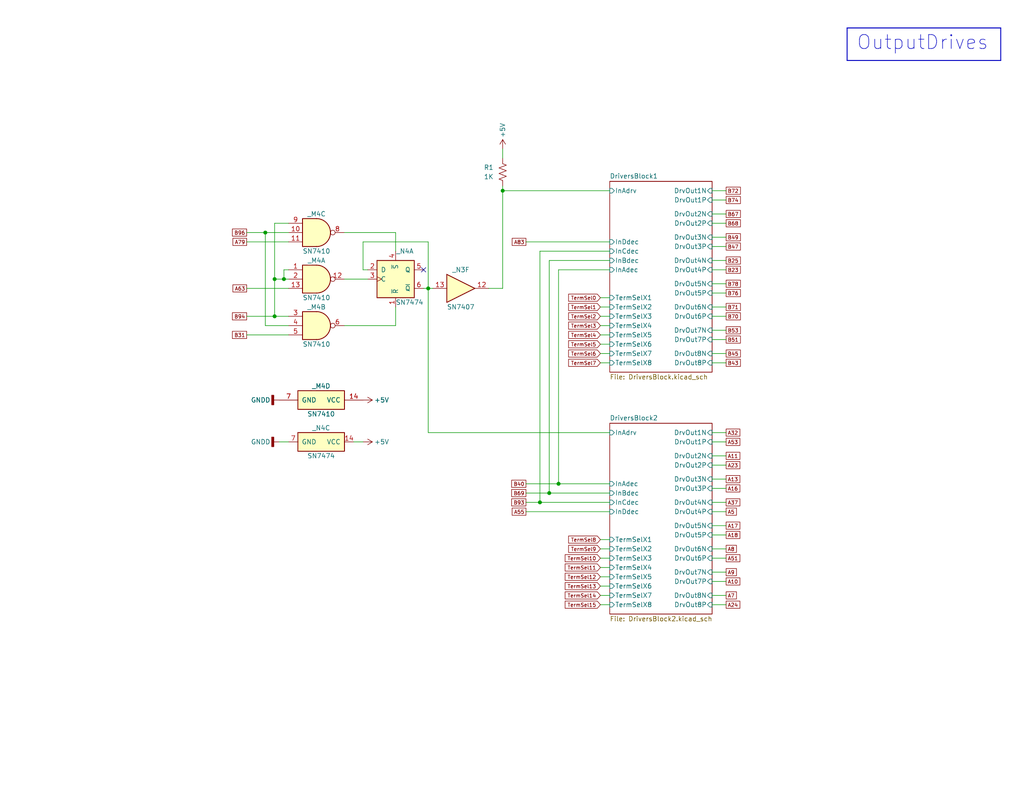
<source format=kicad_sch>
(kicad_sch (version 20230121) (generator eeschema)
  (paper "USLetter")
  (lib_symbols
    (symbol "local:R" (pin_numbers hide) (pin_names (offset 0))
      (property "Reference" "R" (at 2.54 0 90))
      (property "Value" "R" (at -2.54 0 90))
      (symbol "R_0_1"
        (polyline (pts (xy 0 -2.286) (xy 0 -2.54)))
        (polyline (pts (xy 0 2.286) (xy 0 2.54)))
        (polyline (pts (xy 0 -0.762) (xy 1.016 -1.143) (xy 0 -1.524) (xy -1.016 -1.905) (xy 0 -2.286)))
        (polyline (pts (xy 0 0.762) (xy 1.016 0.381) (xy 0 0) (xy -1.016 -0.381) (xy 0 -0.762)))
        (polyline (pts (xy 0 2.286) (xy 1.016 1.905) (xy 0 1.524) (xy -1.016 1.143) (xy 0 0.762)))
      )
      (symbol "R_1_1"
        (pin passive line (at 0 3.81 270) (length 1.27) (name "~") (number "1"))
        (pin passive line (at 0 -3.81 90) (length 1.27) (name "~") (number "2"))
      )
    )
    (symbol "local:SN7407" (pin_names (offset 1.016))
      (property "Reference" "U" (at 0 5.08 0))
      (property "Value" "SN7407" (at 0 -5.08 0))
      (symbol "SN7407_1_0"
        (polyline (pts (xy -3.81 3.81) (xy -3.81 -3.81) (xy 3.81 0) (xy -3.81 3.81)) (stroke (width 0.254)) (fill (type background)))
        (pin input line (at -7.62 0 0) (length 3.81) (name "~") (number "1"))
        (pin open_collector line (at 7.62 0 180) (length 3.81) (name "~") (number "2"))
      )
      (symbol "SN7407_2_0"
        (polyline (pts (xy -3.81 3.81) (xy -3.81 -3.81) (xy 3.81 0) (xy -3.81 3.81)) (stroke (width 0.254)) (fill (type background)))
        (pin input line (at -7.62 0 0) (length 3.81) (name "~") (number "3"))
        (pin open_collector line (at 7.62 0 180) (length 3.81) (name "~") (number "4"))
      )
      (symbol "SN7407_3_0"
        (polyline (pts (xy -3.81 3.81) (xy -3.81 -3.81) (xy 3.81 0) (xy -3.81 3.81)) (stroke (width 0.254)) (fill (type background)))
        (pin input line (at -7.62 0 0) (length 3.81) (name "~") (number "5"))
        (pin open_collector line (at 7.62 0 180) (length 3.81) (name "~") (number "6"))
      )
      (symbol "SN7407_4_0"
        (polyline (pts (xy -3.81 3.81) (xy -3.81 -3.81) (xy 3.81 0) (xy -3.81 3.81)) (stroke (width 0.254)) (fill (type background)))
        (pin open_collector line (at 7.62 0 180) (length 3.81) (name "~") (number "8"))
        (pin input line (at -7.62 0 0) (length 3.81) (name "~") (number "9"))
      )
      (symbol "SN7407_5_0"
        (polyline (pts (xy -3.81 3.81) (xy -3.81 -3.81) (xy 3.81 0) (xy -3.81 3.81)) (stroke (width 0.254)) (fill (type background)))
        (pin open_collector line (at 7.62 0 180) (length 3.81) (name "~") (number "10"))
        (pin input line (at -7.62 0 0) (length 3.81) (name "~") (number "11"))
      )
      (symbol "SN7407_6_0"
        (polyline (pts (xy -3.81 3.81) (xy -3.81 -3.81) (xy 3.81 0) (xy -3.81 3.81)) (stroke (width 0.254)) (fill (type background)))
        (pin open_collector line (at 7.62 0 180) (length 3.81) (name "~") (number "12"))
        (pin input line (at -7.62 0 0) (length 3.81) (name "~") (number "13"))
      )
      (symbol "SN7407_7_0"
        (pin power_in line (at 11.43 0 180) (length 5.08) (name "VCC") (number "14"))
        (pin power_in line (at -11.43 0 0) (length 5.08) (name "GND") (number "7"))
      )
      (symbol "SN7407_7_1"
        (rectangle (start -6.35 2.54) (end 6.35 -2.54) (stroke (width 0.254)) (fill (type background)))
      )
    )
    (symbol "local:SN7410" (pin_names (offset 1.016))
      (property "Reference" "U" (at 0 5.08 0))
      (property "Value" "SN7410" (at 0 -5.08 0))
      (symbol "SN7410_1_1"
        (arc (start 0 -3.81) (mid 3.7934 0) (end 0 3.81) (stroke (width 0.254)) (fill (type background)))
        (polyline (pts (xy 0 3.81) (xy -3.81 3.81) (xy -3.81 -3.81) (xy 0 -3.81)) (stroke (width 0.254)) (fill (type background)))
        (pin input line (at -7.62 2.54 0) (length 3.81) (name "~") (number "1"))
        (pin output inverted (at 7.62 0 180) (length 3.81) (name "~") (number "12"))
        (pin input line (at -7.62 -2.54 0) (length 3.81) (name "~") (number "13"))
        (pin input line (at -7.62 0 0) (length 3.81) (name "~") (number "2"))
      )
      (symbol "SN7410_1_2"
        (arc (start -3.81 -3.81) (mid -2.589 0) (end -3.81 3.81) (stroke (width 0.254)))
        (arc (start -0.6096 -3.81) (mid 2.1842 -2.5851) (end 3.81 0) (stroke (width 0.254)) (fill (type background)))
        (polyline (pts (xy -3.81 -3.81) (xy -0.635 -3.81)) (stroke (width 0.254)) (fill (type background)))
        (polyline (pts (xy -3.81 3.81) (xy -0.635 3.81)) (stroke (width 0.254)) (fill (type background)))
        (polyline (pts (xy -0.635 3.81) (xy -3.81 3.81) (xy -3.81 3.81) (xy -3.556 3.4036) (xy -3.0226 2.2606) (xy -2.6924 1.0414) (xy -2.6162 -0.254) (xy -2.7686 -1.4986) (xy -3.175 -2.7178) (xy -3.81 -3.81) (xy -3.81 -3.81) (xy -0.635 -3.81)) (stroke (width -25.4)) (fill (type background)))
        (arc (start 3.81 0) (mid 2.1915 2.5936) (end -0.6096 3.81) (stroke (width 0.254)) (fill (type background)))
        (pin input inverted (at -7.62 2.54 0) (length 4.318) (name "~") (number "1"))
        (pin output line (at 7.62 0 180) (length 3.81) (name "~") (number "12"))
        (pin input inverted (at -7.62 -2.54 0) (length 4.318) (name "~") (number "13"))
        (pin input inverted (at -7.62 0 0) (length 4.953) (name "~") (number "2"))
      )
      (symbol "SN7410_2_1"
        (arc (start 0 -3.81) (mid 3.7934 0) (end 0 3.81) (stroke (width 0.254)) (fill (type background)))
        (polyline (pts (xy 0 3.81) (xy -3.81 3.81) (xy -3.81 -3.81) (xy 0 -3.81)) (stroke (width 0.254)) (fill (type background)))
        (pin input line (at -7.62 2.54 0) (length 3.81) (name "~") (number "3"))
        (pin input line (at -7.62 0 0) (length 3.81) (name "~") (number "4"))
        (pin input line (at -7.62 -2.54 0) (length 3.81) (name "~") (number "5"))
        (pin output inverted (at 7.62 0 180) (length 3.81) (name "~") (number "6"))
      )
      (symbol "SN7410_2_2"
        (arc (start -3.81 -3.81) (mid -2.589 0) (end -3.81 3.81) (stroke (width 0.254)))
        (arc (start -0.6096 -3.81) (mid 2.1842 -2.5851) (end 3.81 0) (stroke (width 0.254)) (fill (type background)))
        (polyline (pts (xy -3.81 -3.81) (xy -0.635 -3.81)) (stroke (width 0.254)) (fill (type background)))
        (polyline (pts (xy -3.81 3.81) (xy -0.635 3.81)) (stroke (width 0.254)) (fill (type background)))
        (polyline (pts (xy -0.635 3.81) (xy -3.81 3.81) (xy -3.81 3.81) (xy -3.556 3.4036) (xy -3.0226 2.2606) (xy -2.6924 1.0414) (xy -2.6162 -0.254) (xy -2.7686 -1.4986) (xy -3.175 -2.7178) (xy -3.81 -3.81) (xy -3.81 -3.81) (xy -0.635 -3.81)) (stroke (width -25.4)) (fill (type background)))
        (arc (start 3.81 0) (mid 2.1915 2.5936) (end -0.6096 3.81) (stroke (width 0.254)) (fill (type background)))
        (pin input inverted (at -7.62 2.54 0) (length 4.318) (name "~") (number "3"))
        (pin input inverted (at -7.62 0 0) (length 4.953) (name "~") (number "4"))
        (pin input inverted (at -7.62 -2.54 0) (length 4.318) (name "~") (number "5"))
        (pin output line (at 7.62 0 180) (length 3.81) (name "~") (number "6"))
      )
      (symbol "SN7410_3_1"
        (arc (start 0 -3.81) (mid 3.7934 0) (end 0 3.81) (stroke (width 0.254)) (fill (type background)))
        (polyline (pts (xy 0 3.81) (xy -3.81 3.81) (xy -3.81 -3.81) (xy 0 -3.81)) (stroke (width 0.254)) (fill (type background)))
        (pin input line (at -7.62 0 0) (length 3.81) (name "~") (number "10"))
        (pin input line (at -7.62 -2.54 0) (length 3.81) (name "~") (number "11"))
        (pin output inverted (at 7.62 0 180) (length 3.81) (name "~") (number "8"))
        (pin input line (at -7.62 2.54 0) (length 3.81) (name "~") (number "9"))
      )
      (symbol "SN7410_3_2"
        (arc (start -3.81 -3.81) (mid -2.589 0) (end -3.81 3.81) (stroke (width 0.254)))
        (arc (start -0.6096 -3.81) (mid 2.1842 -2.5851) (end 3.81 0) (stroke (width 0.254)) (fill (type background)))
        (polyline (pts (xy -3.81 -3.81) (xy -0.635 -3.81)) (stroke (width 0.254)) (fill (type background)))
        (polyline (pts (xy -3.81 3.81) (xy -0.635 3.81)) (stroke (width 0.254)) (fill (type background)))
        (polyline (pts (xy -0.635 3.81) (xy -3.81 3.81) (xy -3.81 3.81) (xy -3.556 3.4036) (xy -3.0226 2.2606) (xy -2.6924 1.0414) (xy -2.6162 -0.254) (xy -2.7686 -1.4986) (xy -3.175 -2.7178) (xy -3.81 -3.81) (xy -3.81 -3.81) (xy -0.635 -3.81)) (stroke (width -25.4)) (fill (type background)))
        (arc (start 3.81 0) (mid 2.1915 2.5936) (end -0.6096 3.81) (stroke (width 0.254)) (fill (type background)))
        (pin input inverted (at -7.62 0 0) (length 4.953) (name "~") (number "10"))
        (pin input inverted (at -7.62 -2.54 0) (length 4.318) (name "~") (number "11"))
        (pin output line (at 7.62 0 180) (length 3.81) (name "~") (number "8"))
        (pin input inverted (at -7.62 2.54 0) (length 4.318) (name "~") (number "9"))
      )
      (symbol "SN7410_4_0"
        (pin power_in line (at 11.43 0 180) (length 5.08) (name "VCC") (number "14"))
        (pin power_in line (at -11.43 0 0) (length 5.08) (name "GND") (number "7"))
      )
      (symbol "SN7410_4_1"
        (rectangle (start -6.35 2.54) (end 6.35 -2.54) (stroke (width 0.254)) (fill (type background)))
      )
    )
    (symbol "local:SN7474" (pin_names (offset 1.016))
      (property "Reference" "U" (at 2.54 7.62 0))
      (property "Value" "SN7474" (at 5.08 -7.62 0))
      (symbol "SN7474_1_0"
        (pin input line (at 0 -7.62 90) (length 2.54) (name "~{R}") (number "1"))
        (pin input line (at -7.62 2.54 0) (length 2.54) (name "D") (number "2"))
        (pin input clock (at -7.62 0 0) (length 2.54) (name "C") (number "3"))
        (pin input line (at 0 7.62 270) (length 2.54) (name "~{S}") (number "4"))
        (pin output line (at 7.62 2.54 180) (length 2.54) (name "Q") (number "5"))
        (pin output line (at 7.62 -2.54 180) (length 2.54) (name "~{Q}") (number "6"))
      )
      (symbol "SN7474_1_1"
        (rectangle (start -5.08 5.08) (end 5.08 -5.08) (stroke (width 0.254)) (fill (type background)))
      )
      (symbol "SN7474_2_0"
        (pin input line (at 0 7.62 270) (length 2.54) (name "~{S}") (number "10"))
        (pin input clock (at -7.62 0 0) (length 2.54) (name "C") (number "11"))
        (pin input line (at -7.62 2.54 0) (length 2.54) (name "D") (number "12"))
        (pin input line (at 0 -7.62 90) (length 2.54) (name "~{R}") (number "13"))
        (pin output line (at 7.62 -2.54 180) (length 2.54) (name "~{Q}") (number "8"))
        (pin output line (at 7.62 2.54 180) (length 2.54) (name "Q") (number "9"))
      )
      (symbol "SN7474_2_1"
        (rectangle (start -5.08 5.08) (end 5.08 -5.08) (stroke (width 0.254)) (fill (type background)))
      )
      (symbol "SN7474_3_0"
        (pin power_in line (at 8.89 0 180) (length 2.54) (name "VCC") (number "14"))
        (pin power_in line (at -8.89 0 0) (length 2.54) (name "GND") (number "7"))
      )
      (symbol "SN7474_3_1"
        (rectangle (start -6.35 2.54) (end 6.35 -2.54) (stroke (width 0.254)) (fill (type background)))
      )
    )
    (symbol "power:+5V" (power) (pin_names (offset 0))
      (property "Value" "+5V" (at 0 3.556 0))
      (symbol "+5V_0_1"
        (polyline (pts (xy -0.762 1.27) (xy 0 2.54)))
        (polyline (pts (xy 0 0) (xy 0 2.54)))
        (polyline (pts (xy 0 2.54) (xy 0.762 1.27)))
      )
      (symbol "+5V_1_1"
        (pin power_in line (at 0 0 90) (length 0) hide (name "+5V") (number "1"))
      )
    )
    (symbol "power:GNDD" (power) (pin_names (offset 0))
      (property "Value" "GNDD" (at 0 -3.175 0))
      (symbol "GNDD_0_1"
        (rectangle (start -1.27 -1.524) (end 1.27 -2.032) (stroke (width 0.254)) (fill (type outline)))
        (polyline (pts (xy 0 0) (xy 0 -1.524)))
      )
      (symbol "GNDD_1_1"
        (pin power_in line (at 0 0 270) (length 0) hide (name "GNDD") (number "1"))
      )
    )
  )
  (junction (at 149.86 134.62))
  (junction (at 116.84 78.74))
  (junction (at 152.4 132.08))
  (junction (at 74.93 76.2))
  (junction (at 137.16 52.07))
  (junction (at 147.32 137.16))
  (junction (at 72.39 63.5))
  (junction (at 74.93 86.36))
  (junction (at 77.47 76.2))
  (no_connect (at 115.57 73.66))
  (wire (pts (xy 198.12 139.7) (xy 194.31 139.7)))
  (polyline (pts (xy 231.14 7.62) (xy 231.14 16.51)) (stroke (width 0.254) (type solid)))
  (wire (pts (xy 194.31 52.07) (xy 198.12 52.07)))
  (wire (pts (xy 194.31 156.21) (xy 198.12 156.21)))
  (wire (pts (xy 194.31 64.77) (xy 198.12 64.77)))
  (wire (pts (xy 74.93 60.96) (xy 78.74 60.96)))
  (wire (pts (xy 137.16 52.07) (xy 137.16 50.8)))
  (wire (pts (xy 72.39 88.9) (xy 72.39 63.5)))
  (wire (pts (xy 74.93 76.2) (xy 74.93 60.96)))
  (wire (pts (xy 194.31 162.56) (xy 198.12 162.56)))
  (wire (pts (xy 143.51 137.16) (xy 147.32 137.16)))
  (wire (pts (xy 194.31 130.81) (xy 198.12 130.81)))
  (wire (pts (xy 163.83 81.28) (xy 166.37 81.28)))
  (wire (pts (xy 163.83 96.52) (xy 166.37 96.52)))
  (wire (pts (xy 143.51 139.7) (xy 166.37 139.7)))
  (wire (pts (xy 163.83 157.48) (xy 166.37 157.48)))
  (wire (pts (xy 166.37 52.07) (xy 137.16 52.07)))
  (wire (pts (xy 78.74 73.66) (xy 77.47 73.66)))
  (wire (pts (xy 67.31 91.44) (xy 78.74 91.44)))
  (wire (pts (xy 194.31 58.42) (xy 198.12 58.42)))
  (wire (pts (xy 198.12 54.61) (xy 194.31 54.61)))
  (wire (pts (xy 194.31 137.16) (xy 198.12 137.16)))
  (wire (pts (xy 198.12 165.1) (xy 194.31 165.1)))
  (wire (pts (xy 149.86 71.12) (xy 149.86 134.62)))
  (polyline (pts (xy 273.05 16.51) (xy 273.05 7.62)) (stroke (width 0.254) (type solid)))
  (wire (pts (xy 78.74 88.9) (xy 72.39 88.9)))
  (wire (pts (xy 67.31 78.74) (xy 78.74 78.74)))
  (wire (pts (xy 163.83 147.32) (xy 166.37 147.32)))
  (wire (pts (xy 72.39 63.5) (xy 78.74 63.5)))
  (wire (pts (xy 147.32 137.16) (xy 147.32 68.58)))
  (wire (pts (xy 194.31 124.46) (xy 198.12 124.46)))
  (wire (pts (xy 166.37 154.94) (xy 163.83 154.94)))
  (wire (pts (xy 166.37 149.86) (xy 163.83 149.86)))
  (wire (pts (xy 198.12 99.06) (xy 194.31 99.06)))
  (wire (pts (xy 166.37 93.98) (xy 163.83 93.98)))
  (wire (pts (xy 147.32 68.58) (xy 166.37 68.58)))
  (wire (pts (xy 198.12 120.65) (xy 194.31 120.65)))
  (wire (pts (xy 96.52 120.65) (xy 99.06 120.65)))
  (wire (pts (xy 166.37 132.08) (xy 152.4 132.08)))
  (wire (pts (xy 99.06 73.66) (xy 100.33 73.66)))
  (wire (pts (xy 166.37 165.1) (xy 163.83 165.1)))
  (wire (pts (xy 137.16 40.64) (xy 137.16 43.18)))
  (wire (pts (xy 107.95 68.58) (xy 107.95 63.5)))
  (wire (pts (xy 93.98 76.2) (xy 100.33 76.2)))
  (wire (pts (xy 78.74 86.36) (xy 74.93 86.36)))
  (wire (pts (xy 152.4 73.66) (xy 166.37 73.66)))
  (wire (pts (xy 107.95 63.5) (xy 93.98 63.5)))
  (wire (pts (xy 152.4 132.08) (xy 152.4 73.66)))
  (wire (pts (xy 107.95 83.82) (xy 107.95 88.9)))
  (wire (pts (xy 194.31 90.17) (xy 198.12 90.17)))
  (wire (pts (xy 67.31 86.36) (xy 74.93 86.36)))
  (polyline (pts (xy 273.05 7.62) (xy 231.14 7.62)))
  (wire (pts (xy 116.84 78.74) (xy 116.84 66.04)))
  (wire (pts (xy 194.31 71.12) (xy 198.12 71.12)))
  (wire (pts (xy 118.11 78.74) (xy 116.84 78.74)))
  (wire (pts (xy 194.31 149.86) (xy 198.12 149.86)))
  (wire (pts (xy 166.37 71.12) (xy 149.86 71.12)))
  (wire (pts (xy 107.95 88.9) (xy 93.98 88.9)))
  (wire (pts (xy 74.93 86.36) (xy 74.93 76.2)))
  (wire (pts (xy 163.83 91.44) (xy 166.37 91.44)))
  (wire (pts (xy 149.86 134.62) (xy 166.37 134.62)))
  (wire (pts (xy 163.83 162.56) (xy 166.37 162.56)))
  (wire (pts (xy 194.31 143.51) (xy 198.12 143.51)))
  (wire (pts (xy 143.51 66.04) (xy 166.37 66.04)))
  (wire (pts (xy 198.12 73.66) (xy 194.31 73.66)))
  (wire (pts (xy 198.12 158.75) (xy 194.31 158.75)))
  (wire (pts (xy 194.31 118.11) (xy 198.12 118.11)))
  (wire (pts (xy 143.51 132.08) (xy 152.4 132.08)))
  (wire (pts (xy 194.31 83.82) (xy 198.12 83.82)))
  (wire (pts (xy 77.47 73.66) (xy 77.47 76.2)))
  (wire (pts (xy 166.37 99.06) (xy 163.83 99.06)))
  (wire (pts (xy 198.12 133.35) (xy 194.31 133.35)))
  (wire (pts (xy 163.83 152.4) (xy 166.37 152.4)))
  (wire (pts (xy 133.35 78.74) (xy 137.16 78.74)))
  (wire (pts (xy 143.51 134.62) (xy 149.86 134.62)))
  (wire (pts (xy 78.74 120.65) (xy 76.2 120.65)))
  (wire (pts (xy 163.83 86.36) (xy 166.37 86.36)))
  (wire (pts (xy 115.57 78.74) (xy 116.84 78.74)))
  (wire (pts (xy 198.12 146.05) (xy 194.31 146.05)))
  (wire (pts (xy 198.12 67.31) (xy 194.31 67.31)))
  (polyline (pts (xy 231.14 16.51) (xy 273.05 16.51)) (stroke (width 0.254) (type solid)))
  (wire (pts (xy 194.31 96.52) (xy 198.12 96.52)))
  (wire (pts (xy 116.84 66.04) (xy 99.06 66.04)))
  (wire (pts (xy 78.74 76.2) (xy 77.47 76.2)))
  (wire (pts (xy 67.31 63.5) (xy 72.39 63.5)))
  (polyline (pts (xy 273.05 7.62) (xy 231.14 7.62)) (stroke (width 0.254) (type solid)))
  (wire (pts (xy 198.12 60.96) (xy 194.31 60.96)))
  (wire (pts (xy 137.16 78.74) (xy 137.16 52.07)))
  (wire (pts (xy 198.12 92.71) (xy 194.31 92.71)))
  (wire (pts (xy 77.47 76.2) (xy 74.93 76.2)))
  (wire (pts (xy 166.37 83.82) (xy 163.83 83.82)))
  (wire (pts (xy 166.37 118.11) (xy 116.84 118.11)))
  (wire (pts (xy 166.37 160.02) (xy 163.83 160.02)))
  (wire (pts (xy 67.31 66.04) (xy 78.74 66.04)))
  (wire (pts (xy 194.31 77.47) (xy 198.12 77.47)))
  (wire (pts (xy 198.12 80.01) (xy 194.31 80.01)))
  (wire (pts (xy 166.37 88.9) (xy 163.83 88.9)))
  (wire (pts (xy 99.06 66.04) (xy 99.06 73.66)))
  (wire (pts (xy 198.12 127) (xy 194.31 127)))
  (wire (pts (xy 198.12 152.4) (xy 194.31 152.4)))
  (wire (pts (xy 116.84 118.11) (xy 116.84 78.74)))
  (wire (pts (xy 198.12 86.36) (xy 194.31 86.36)))
  (wire (pts (xy 166.37 137.16) (xy 147.32 137.16)))
  (text "OutputDrives" (at 233.68 13.97 0) (effects (font (size 3.81 3.81)) (justify left bottom)))
  (global_label "A10" (shape passive) (at 198.12 158.75 0) (effects (font (size 0.9906 0.9906))) (property "Intersheetrefs" "${INTERSHEET_REFS}" (effects hide)))
  (global_label "TermSel15" (shape input) (at 163.83 165.1 180) (effects (font (size 0.9906 0.9906))) (property "Intersheetrefs" "${INTERSHEET_REFS}" (effects hide)))
  (global_label "A18" (shape passive) (at 198.12 146.05 0) (effects (font (size 0.9906 0.9906))) (property "Intersheetrefs" "${INTERSHEET_REFS}" (effects hide)))
  (global_label "A32" (shape passive) (at 198.12 118.11 0) (effects (font (size 0.9906 0.9906))) (property "Intersheetrefs" "${INTERSHEET_REFS}" (effects hide)))
  (global_label "TermSel9" (shape input) (at 163.83 149.86 180) (effects (font (size 0.9906 0.9906))) (property "Intersheetrefs" "${INTERSHEET_REFS}" (effects hide)))
  (global_label "B23" (shape passive) (at 198.12 73.66 0) (effects (font (size 0.9906 0.9906))) (property "Intersheetrefs" "${INTERSHEET_REFS}" (effects hide)))
  (global_label "A7" (shape passive) (at 198.12 162.56 0) (effects (font (size 0.9906 0.9906))) (property "Intersheetrefs" "${INTERSHEET_REFS}" (effects hide)))
  (global_label "A11" (shape passive) (at 198.12 124.46 0) (effects (font (size 0.9906 0.9906))) (property "Intersheetrefs" "${INTERSHEET_REFS}" (effects hide)))
  (global_label "A9" (shape passive) (at 198.12 156.21 0) (effects (font (size 0.9906 0.9906))) (property "Intersheetrefs" "${INTERSHEET_REFS}" (effects hide)))
  (global_label "B93" (shape passive) (at 143.51 137.16 180) (effects (font (size 0.9906 0.9906))) (property "Intersheetrefs" "${INTERSHEET_REFS}" (effects hide)))
  (global_label "B40" (shape passive) (at 143.51 132.08 180) (effects (font (size 0.9906 0.9906))) (property "Intersheetrefs" "${INTERSHEET_REFS}" (effects hide)))
  (global_label "A83" (shape passive) (at 143.51 66.04 180) (effects (font (size 0.9906 0.9906))) (property "Intersheetrefs" "${INTERSHEET_REFS}" (effects hide)))
  (global_label "A8" (shape passive) (at 198.12 149.86 0) (effects (font (size 0.9906 0.9906))) (property "Intersheetrefs" "${INTERSHEET_REFS}" (effects hide)))
  (global_label "B96" (shape passive) (at 67.31 63.5 180) (effects (font (size 0.9906 0.9906))) (property "Intersheetrefs" "${INTERSHEET_REFS}" (effects hide)))
  (global_label "B25" (shape passive) (at 198.12 71.12 0) (effects (font (size 0.9906 0.9906))) (property "Intersheetrefs" "${INTERSHEET_REFS}" (effects hide)))
  (global_label "B51" (shape passive) (at 198.12 92.71 0) (effects (font (size 0.9906 0.9906))) (property "Intersheetrefs" "${INTERSHEET_REFS}" (effects hide)))
  (global_label "TermSel12" (shape input) (at 163.83 157.48 180) (effects (font (size 0.9906 0.9906))) (property "Intersheetrefs" "${INTERSHEET_REFS}" (effects hide)))
  (global_label "A63" (shape passive) (at 67.31 78.74 180) (effects (font (size 0.9906 0.9906))) (property "Intersheetrefs" "${INTERSHEET_REFS}" (effects hide)))
  (global_label "TermSel8" (shape input) (at 163.83 147.32 180) (effects (font (size 0.9906 0.9906))) (property "Intersheetrefs" "${INTERSHEET_REFS}" (effects hide)))
  (global_label "A24" (shape passive) (at 198.12 165.1 0) (effects (font (size 0.9906 0.9906))) (property "Intersheetrefs" "${INTERSHEET_REFS}" (effects hide)))
  (global_label "TermSel4" (shape input) (at 163.83 91.44 180) (effects (font (size 0.9906 0.9906))) (property "Intersheetrefs" "${INTERSHEET_REFS}" (effects hide)))
  (global_label "B69" (shape passive) (at 143.51 134.62 180) (effects (font (size 0.9906 0.9906))) (property "Intersheetrefs" "${INTERSHEET_REFS}" (effects hide)))
  (global_label "B67" (shape passive) (at 198.12 58.42 0) (effects (font (size 0.9906 0.9906))) (property "Intersheetrefs" "${INTERSHEET_REFS}" (effects hide)))
  (global_label "B76" (shape passive) (at 198.12 80.01 0) (effects (font (size 0.9906 0.9906))) (property "Intersheetrefs" "${INTERSHEET_REFS}" (effects hide)))
  (global_label "B45" (shape passive) (at 198.12 96.52 0) (effects (font (size 0.9906 0.9906))) (property "Intersheetrefs" "${INTERSHEET_REFS}" (effects hide)))
  (global_label "A51" (shape passive) (at 198.12 152.4 0) (effects (font (size 0.9906 0.9906))) (property "Intersheetrefs" "${INTERSHEET_REFS}" (effects hide)))
  (global_label "B31" (shape passive) (at 67.31 91.44 180) (effects (font (size 0.9906 0.9906))) (property "Intersheetrefs" "${INTERSHEET_REFS}" (effects hide)))
  (global_label "TermSel14" (shape input) (at 163.83 162.56 180) (effects (font (size 0.9906 0.9906))) (property "Intersheetrefs" "${INTERSHEET_REFS}" (effects hide)))
  (global_label "A23" (shape passive) (at 198.12 127 0) (effects (font (size 0.9906 0.9906))) (property "Intersheetrefs" "${INTERSHEET_REFS}" (effects hide)))
  (global_label "TermSel5" (shape input) (at 163.83 93.98 180) (effects (font (size 0.9906 0.9906))) (property "Intersheetrefs" "${INTERSHEET_REFS}" (effects hide)))
  (global_label "TermSel13" (shape input) (at 163.83 160.02 180) (effects (font (size 0.9906 0.9906))) (property "Intersheetrefs" "${INTERSHEET_REFS}" (effects hide)))
  (global_label "B68" (shape passive) (at 198.12 60.96 0) (effects (font (size 0.9906 0.9906))) (property "Intersheetrefs" "${INTERSHEET_REFS}" (effects hide)))
  (global_label "TermSel10" (shape input) (at 163.83 152.4 180) (effects (font (size 0.9906 0.9906))) (property "Intersheetrefs" "${INTERSHEET_REFS}" (effects hide)))
  (global_label "B43" (shape passive) (at 198.12 99.06 0) (effects (font (size 0.9906 0.9906))) (property "Intersheetrefs" "${INTERSHEET_REFS}" (effects hide)))
  (global_label "TermSel0" (shape input) (at 163.83 81.28 180) (effects (font (size 0.9906 0.9906))) (property "Intersheetrefs" "${INTERSHEET_REFS}" (effects hide)))
  (global_label "TermSel6" (shape input) (at 163.83 96.52 180) (effects (font (size 0.9906 0.9906))) (property "Intersheetrefs" "${INTERSHEET_REFS}" (effects hide)))
  (global_label "B53" (shape passive) (at 198.12 90.17 0) (effects (font (size 0.9906 0.9906))) (property "Intersheetrefs" "${INTERSHEET_REFS}" (effects hide)))
  (global_label "A17" (shape passive) (at 198.12 143.51 0) (effects (font (size 0.9906 0.9906))) (property "Intersheetrefs" "${INTERSHEET_REFS}" (effects hide)))
  (global_label "B72" (shape passive) (at 198.12 52.07 0) (effects (font (size 0.9906 0.9906))) (property "Intersheetrefs" "${INTERSHEET_REFS}" (effects hide)))
  (global_label "B71" (shape passive) (at 198.12 83.82 0) (effects (font (size 0.9906 0.9906))) (property "Intersheetrefs" "${INTERSHEET_REFS}" (effects hide)))
  (global_label "TermSel2" (shape input) (at 163.83 86.36 180) (effects (font (size 0.9906 0.9906))) (property "Intersheetrefs" "${INTERSHEET_REFS}" (effects hide)))
  (global_label "TermSel3" (shape input) (at 163.83 88.9 180) (effects (font (size 0.9906 0.9906))) (property "Intersheetrefs" "${INTERSHEET_REFS}" (effects hide)))
  (global_label "A55" (shape passive) (at 143.51 139.7 180) (effects (font (size 0.9906 0.9906))) (property "Intersheetrefs" "${INTERSHEET_REFS}" (effects hide)))
  (global_label "A16" (shape passive) (at 198.12 133.35 0) (effects (font (size 0.9906 0.9906))) (property "Intersheetrefs" "${INTERSHEET_REFS}" (effects hide)))
  (global_label "TermSel7" (shape input) (at 163.83 99.06 180) (effects (font (size 0.9906 0.9906))) (property "Intersheetrefs" "${INTERSHEET_REFS}" (effects hide)))
  (global_label "B94" (shape passive) (at 67.31 86.36 180) (effects (font (size 0.9906 0.9906))) (property "Intersheetrefs" "${INTERSHEET_REFS}" (effects hide)))
  (global_label "B78" (shape passive) (at 198.12 77.47 0) (effects (font (size 0.9906 0.9906))) (property "Intersheetrefs" "${INTERSHEET_REFS}" (effects hide)))
  (global_label "A53" (shape passive) (at 198.12 120.65 0) (effects (font (size 0.9906 0.9906))) (property "Intersheetrefs" "${INTERSHEET_REFS}" (effects hide)))
  (global_label "A13" (shape passive) (at 198.12 130.81 0) (effects (font (size 0.9906 0.9906))) (property "Intersheetrefs" "${INTERSHEET_REFS}" (effects hide)))
  (global_label "B47" (shape passive) (at 198.12 67.31 0) (effects (font (size 0.9906 0.9906))) (property "Intersheetrefs" "${INTERSHEET_REFS}" (effects hide)))
  (global_label "A37" (shape passive) (at 198.12 137.16 0) (effects (font (size 0.9906 0.9906))) (property "Intersheetrefs" "${INTERSHEET_REFS}" (effects hide)))
  (global_label "A79" (shape passive) (at 67.31 66.04 180) (effects (font (size 0.9906 0.9906))) (property "Intersheetrefs" "${INTERSHEET_REFS}" (effects hide)))
  (global_label "TermSel11" (shape input) (at 163.83 154.94 180) (effects (font (size 0.9906 0.9906))) (property "Intersheetrefs" "${INTERSHEET_REFS}" (effects hide)))
  (global_label "A5" (shape passive) (at 198.12 139.7 0) (effects (font (size 0.9906 0.9906))) (property "Intersheetrefs" "${INTERSHEET_REFS}" (effects hide)))
  (global_label "B70" (shape passive) (at 198.12 86.36 0) (effects (font (size 0.9906 0.9906))) (property "Intersheetrefs" "${INTERSHEET_REFS}" (effects hide)))
  (global_label "TermSel1" (shape input) (at 163.83 83.82 180) (effects (font (size 0.9906 0.9906))) (property "Intersheetrefs" "${INTERSHEET_REFS}" (effects hide)))
  (global_label "B49" (shape passive) (at 198.12 64.77 0) (effects (font (size 0.9906 0.9906))) (property "Intersheetrefs" "${INTERSHEET_REFS}" (effects hide)))
  (global_label "B74" (shape passive) (at 198.12 54.61 0) (effects (font (size 0.9906 0.9906))) (property "Intersheetrefs" "${INTERSHEET_REFS}" (effects hide)))
  (symbol (lib_id "power:+5V") (at 137.16 40.64 0) (unit 1)
    (property "Reference" "#PWR?" (effects hide))
    (property "Value" "+5V" (at 137.16 35.56 90))
    (instances (project "HexPerTerminal" (path "" (reference "#PWR?") (unit 1)) (path "" (reference "#PWR0148") (unit 1)) (path "" (reference "#PWR?") (unit 1)) (path "" (reference "#PWR?") (unit 1))))
  )
  (symbol (lib_id "local:R") (at 137.16 46.99 0) (unit 1)
    (property "Reference" "R1" (at 133.35 45.72 0))
    (property "Value" "1K" (at 133.35 48.26 0))
    (property "Footprint" "local:R_Axial_DIN0204_L3.6mm_D1.6mm_P7.62mm_Horizontal" (effects hide))
  )
  (symbol (lib_id "local:SN7474") (at 107.95 76.2 0) (unit 1)
    (property "Reference" "_N4" (at 110.49 68.58 0))
    (property "Value" "SN7474" (at 111.76 82.55 0))
    (property "Footprint" "local:DIP-14_W7.62mm" (effects hide))
  )
  (symbol (lib_id "local:SN7474") (at 87.63 120.65 0) (unit 3)
    (property "Reference" "_N4" (at 87.63 116.84 0))
    (property "Value" "SN7474" (at 87.63 124.46 0))
    (property "Footprint" "local:DIP-14_W7.62mm" (effects hide))
  )
  (symbol (lib_id "local:SN7410") (at 86.36 76.2 0) (unit 1)
    (property "Reference" "_M4" (at 86.36 71.12 0))
    (property "Value" "SN7410" (at 86.36 81.28 0))
    (property "Footprint" "local:DIP-14_W7.62mm" (effects hide))
    (property "Datasheet" "http://www.ti.com/lit/gpn/sn74LS10" (effects hide))
  )
  (symbol (lib_id "local:SN7410") (at 86.36 88.9 0) (unit 2)
    (property "Reference" "_M4" (at 86.36 83.82 0))
    (property "Value" "SN7410" (at 86.36 93.98 0))
    (property "Footprint" "local:DIP-14_W7.62mm" (effects hide))
    (property "Datasheet" "http://www.ti.com/lit/gpn/sn74LS10" (effects hide))
  )
  (symbol (lib_id "local:SN7410") (at 86.36 63.5 0) (unit 3)
    (property "Reference" "_M4" (at 86.36 58.42 0))
    (property "Value" "SN7410" (at 86.36 68.58 0))
    (property "Footprint" "local:DIP-14_W7.62mm" (effects hide))
    (property "Datasheet" "http://www.ti.com/lit/gpn/sn74LS10" (effects hide))
  )
  (symbol (lib_id "local:SN7410") (at 87.63 109.22 0) (unit 4)
    (property "Reference" "_M4" (at 87.63 105.41 0))
    (property "Value" "SN7410" (at 87.63 113.03 0))
    (property "Footprint" "local:DIP-14_W7.62mm" (effects hide))
    (property "Datasheet" "http://www.ti.com/lit/gpn/sn74LS10" (effects hide))
  )
  (symbol (lib_id "power:GNDD") (at 76.2 109.22 270) (unit 1)
    (property "Reference" "#PWR?" (effects hide))
    (property "Value" "GNDD" (at 71.12 109.22 90))
    (instances (project "HexPerTerminal" (path "" (reference "#PWR?") (unit 1)) (path "" (reference "#PWR0144") (unit 1)) (path "" (reference "#PWR?") (unit 1)) (path "" (reference "#PWR?") (unit 1))))
  )
  (symbol (lib_id "power:+5V") (at 99.06 109.22 270) (unit 1)
    (property "Reference" "#PWR?" (effects hide))
    (property "Value" "+5V" (at 104.14 109.22 90))
    (instances (project "HexPerTerminal" (path "" (reference "#PWR?") (unit 1)) (path "" (reference "#PWR0145") (unit 1)) (path "" (reference "#PWR?") (unit 1)) (path "" (reference "#PWR?") (unit 1))))
  )
  (symbol (lib_id "power:GNDD") (at 76.2 120.65 270) (unit 1)
    (property "Reference" "#PWR?" (effects hide))
    (property "Value" "GNDD" (at 71.12 120.65 90))
    (instances (project "HexPerTerminal" (path "" (reference "#PWR?") (unit 1)) (path "" (reference "#PWR0146") (unit 1)) (path "" (reference "#PWR?") (unit 1)) (path "" (reference "#PWR?") (unit 1))))
  )
  (symbol (lib_id "power:+5V") (at 99.06 120.65 270) (unit 1)
    (property "Reference" "#PWR?" (effects hide))
    (property "Value" "+5V" (at 104.14 120.65 90))
    (instances (project "HexPerTerminal" (path "" (reference "#PWR?") (unit 1)) (path "" (reference "#PWR0147") (unit 1)) (path "" (reference "#PWR?") (unit 1)) (path "" (reference "#PWR?") (unit 1))))
  )
  (symbol (lib_id "local:SN7407") (at 125.73 78.74 0) (unit 6)
    (property "Reference" "_N3" (at 125.73 73.66 0))
    (property "Value" "SN7407" (at 125.73 83.82 0))
    (property "Footprint" "local:DIP-14_W7.62mm" (effects hide))
    (instances (project "HexPerTerminal" (path "" (reference "_N3") (unit 6)) (path "" (reference "U?") (unit 6))))
  )
  (sheet (at 166.37 49.53) (size 27.94 52.07)
    (property "Sheetname" "DriversBlock1" (at 166.37 48.8184 0) (effects (justify left bottom)))
    (property "Sheetfile" "DriversBlock.kicad_sch" (at 166.37 102.1846 0) (effects (justify left top)))
    (pin "InAdrv" input (at 166.37 52.07 180))
    (pin "DrvOut1N" input (at 194.31 52.07 0))
    (pin "DrvOut1P" input (at 194.31 54.61 0))
    (pin "DrvOut2N" input (at 194.31 58.42 0))
    (pin "DrvOut2P" input (at 194.31 60.96 0))
    (pin "DrvOut3N" input (at 194.31 64.77 0))
    (pin "DrvOut3P" input (at 194.31 67.31 0))
    (pin "DrvOut4N" input (at 194.31 71.12 0))
    (pin "DrvOut4P" input (at 194.31 73.66 0))
    (pin "DrvOut5N" input (at 194.31 77.47 0))
    (pin "DrvOut5P" input (at 194.31 80.01 0))
    (pin "DrvOut6N" input (at 194.31 83.82 0))
    (pin "DrvOut6P" input (at 194.31 86.36 0))
    (pin "DrvOut7N" input (at 194.31 90.17 0))
    (pin "DrvOut7P" input (at 194.31 92.71 0))
    (pin "DrvOut8N" input (at 194.31 96.52 0))
    (pin "DrvOut8P" input (at 194.31 99.06 0))
    (pin "InAdec" input (at 166.37 73.66 180))
    (pin "InBdec" input (at 166.37 71.12 180))
    (pin "InCdec" input (at 166.37 68.58 180))
    (pin "InDdec" input (at 166.37 66.04 180))
    (pin "TermSelX1" input (at 166.37 81.28 180))
    (pin "TermSelX3" input (at 166.37 86.36 180))
    (pin "TermSelX5" input (at 166.37 91.44 180))
    (pin "TermSelX7" input (at 166.37 96.52 180))
    (pin "TermSelX2" input (at 166.37 83.82 180))
    (pin "TermSelX4" input (at 166.37 88.9 180))
    (pin "TermSelX6" input (at 166.37 93.98 180))
    (pin "TermSelX8" input (at 166.37 99.06 180))
  )
  (sheet (at 166.37 115.57) (size 27.94 52.07)
    (property "Sheetname" "DriversBlock2" (at 166.37 114.8584 0) (effects (justify left bottom)))
    (property "Sheetfile" "DriversBlock2.kicad_sch" (at 166.37 168.2246 0) (effects (justify left top)))
    (pin "InAdrv" input (at 166.37 118.11 180))
    (pin "DrvOut1N" input (at 194.31 118.11 0))
    (pin "DrvOut1P" input (at 194.31 120.65 0))
    (pin "DrvOut2N" input (at 194.31 124.46 0))
    (pin "DrvOut2P" input (at 194.31 127 0))
    (pin "DrvOut3N" input (at 194.31 130.81 0))
    (pin "DrvOut3P" input (at 194.31 133.35 0))
    (pin "DrvOut4N" input (at 194.31 137.16 0))
    (pin "DrvOut4P" input (at 194.31 139.7 0))
    (pin "DrvOut5N" input (at 194.31 143.51 0))
    (pin "DrvOut5P" input (at 194.31 146.05 0))
    (pin "DrvOut6N" input (at 194.31 149.86 0))
    (pin "DrvOut6P" input (at 194.31 152.4 0))
    (pin "DrvOut7N" input (at 194.31 156.21 0))
    (pin "DrvOut7P" input (at 194.31 158.75 0))
    (pin "DrvOut8N" input (at 194.31 162.56 0))
    (pin "DrvOut8P" input (at 194.31 165.1 0))
    (pin "InAdec" input (at 166.37 132.08 180))
    (pin "InBdec" input (at 166.37 134.62 180))
    (pin "InCdec" input (at 166.37 137.16 180))
    (pin "InDdec" input (at 166.37 139.7 180))
    (pin "TermSelX1" input (at 166.37 147.32 180))
    (pin "TermSelX3" input (at 166.37 152.4 180))
    (pin "TermSelX5" input (at 166.37 157.48 180))
    (pin "TermSelX7" input (at 166.37 162.56 180))
    (pin "TermSelX2" input (at 166.37 149.86 180))
    (pin "TermSelX4" input (at 166.37 154.94 180))
    (pin "TermSelX6" input (at 166.37 160.02 180))
    (pin "TermSelX8" input (at 166.37 165.1 180))
  )
)
</source>
